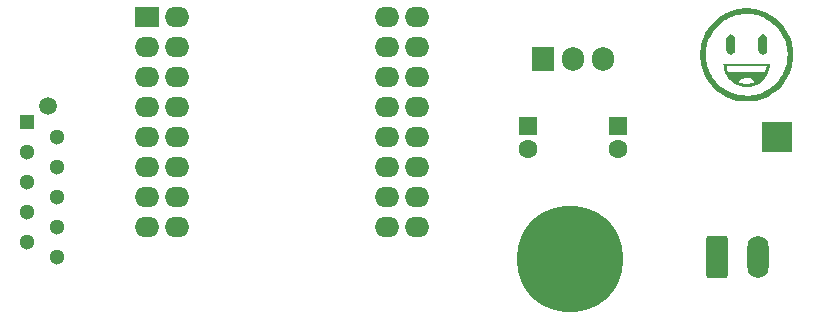
<source format=gbs>
G04 #@! TF.GenerationSoftware,KiCad,Pcbnew,8.0.2*
G04 #@! TF.CreationDate,2024-05-11T15:04:56+02:00*
G04 #@! TF.ProjectId,WiFi-2-OIP-UI,57694669-2d32-42d4-9f49-502d55492e6b,V1.0*
G04 #@! TF.SameCoordinates,Original*
G04 #@! TF.FileFunction,Soldermask,Bot*
G04 #@! TF.FilePolarity,Negative*
%FSLAX46Y46*%
G04 Gerber Fmt 4.6, Leading zero omitted, Abs format (unit mm)*
G04 Created by KiCad (PCBNEW 8.0.2) date 2024-05-11 15:04:56*
%MOMM*%
%LPD*%
G01*
G04 APERTURE LIST*
G04 Aperture macros list*
%AMRoundRect*
0 Rectangle with rounded corners*
0 $1 Rounding radius*
0 $2 $3 $4 $5 $6 $7 $8 $9 X,Y pos of 4 corners*
0 Add a 4 corners polygon primitive as box body*
4,1,4,$2,$3,$4,$5,$6,$7,$8,$9,$2,$3,0*
0 Add four circle primitives for the rounded corners*
1,1,$1+$1,$2,$3*
1,1,$1+$1,$4,$5*
1,1,$1+$1,$6,$7*
1,1,$1+$1,$8,$9*
0 Add four rect primitives between the rounded corners*
20,1,$1+$1,$2,$3,$4,$5,0*
20,1,$1+$1,$4,$5,$6,$7,0*
20,1,$1+$1,$6,$7,$8,$9,0*
20,1,$1+$1,$8,$9,$2,$3,0*%
G04 Aperture macros list end*
%ADD10C,0.100000*%
%ADD11R,2.500000X2.500000*%
%ADD12C,0.900000*%
%ADD13C,9.000000*%
%ADD14R,2.100000X1.700000*%
%ADD15O,2.100000X1.700000*%
%ADD16O,1.905000X2.000000*%
%ADD17R,1.905000X2.000000*%
%ADD18C,1.600000*%
%ADD19R,1.600000X1.600000*%
%ADD20O,1.800000X3.600000*%
%ADD21RoundRect,0.250000X-0.650000X-1.550000X0.650000X-1.550000X0.650000X1.550000X-0.650000X1.550000X0*%
%ADD22C,1.500000*%
%ADD23R,1.300000X1.300000*%
%ADD24C,1.300000*%
G04 APERTURE END LIST*
D10*
G36*
X177210125Y-90288502D02*
G01*
X177191807Y-90538326D01*
X177142958Y-90778371D01*
X177053962Y-91031125D01*
X176945413Y-91246698D01*
X176800939Y-91463442D01*
X176630201Y-91658829D01*
X176453459Y-91815130D01*
X176238656Y-91961992D01*
X176002497Y-92082591D01*
X175980009Y-92092208D01*
X175726350Y-92177845D01*
X175485733Y-92223641D01*
X175235574Y-92238906D01*
X175210054Y-92238753D01*
X174960230Y-92220435D01*
X174720185Y-92171587D01*
X174467431Y-92082591D01*
X174251977Y-91974041D01*
X174035640Y-91829567D01*
X174031728Y-91826136D01*
X174504067Y-91826136D01*
X174623341Y-91877626D01*
X174860662Y-91949478D01*
X174988711Y-91973118D01*
X175235574Y-91991000D01*
X175364582Y-91986093D01*
X175609266Y-91949478D01*
X175735296Y-91916170D01*
X175967082Y-91826136D01*
X175854310Y-91716055D01*
X175637354Y-91580672D01*
X175479728Y-91526114D01*
X175235574Y-91496408D01*
X175078896Y-91508257D01*
X174833795Y-91580672D01*
X174688060Y-91661833D01*
X174504067Y-91826136D01*
X174031728Y-91826136D01*
X173840948Y-91658829D01*
X173684003Y-91482087D01*
X173536708Y-91267285D01*
X173415965Y-91031125D01*
X173406348Y-91008636D01*
X173320710Y-90754806D01*
X173274915Y-90513783D01*
X173274739Y-90510888D01*
X173524653Y-90510888D01*
X173579608Y-90760626D01*
X173676084Y-91001816D01*
X176797507Y-91001816D01*
X176804306Y-90987584D01*
X176893951Y-90750134D01*
X176945274Y-90510888D01*
X173524653Y-90510888D01*
X173274739Y-90510888D01*
X173259650Y-90262981D01*
X177210278Y-90262981D01*
X177210125Y-90288502D01*
G37*
G36*
X174021687Y-87822995D02*
G01*
X174140145Y-87903595D01*
X174220745Y-88022053D01*
X174248833Y-88164935D01*
X174248833Y-89150455D01*
X174220745Y-89293337D01*
X174140145Y-89411795D01*
X174021687Y-89492395D01*
X173878805Y-89521704D01*
X173734702Y-89492395D01*
X173616244Y-89413016D01*
X173536865Y-89297001D01*
X173507556Y-89150455D01*
X173507556Y-88164935D01*
X173536865Y-88020832D01*
X173616244Y-87902374D01*
X173734702Y-87822995D01*
X173878805Y-87793686D01*
X174021687Y-87822995D01*
G37*
G36*
X176737668Y-87822995D02*
G01*
X176854904Y-87902374D01*
X176933062Y-88020832D01*
X176962371Y-88164935D01*
X176962371Y-89150455D01*
X176933062Y-89297001D01*
X176854904Y-89413016D01*
X176737668Y-89492395D01*
X176592343Y-89521704D01*
X176448240Y-89492395D01*
X176331004Y-89411795D01*
X176254067Y-89293337D01*
X176224758Y-89150455D01*
X176224758Y-88164935D01*
X176254067Y-88022053D01*
X176331004Y-87903595D01*
X176448240Y-87822995D01*
X176592343Y-87793686D01*
X176737668Y-87822995D01*
G37*
G36*
X175505997Y-85579930D02*
G01*
X175771382Y-85606491D01*
X176031730Y-85650760D01*
X176287040Y-85712737D01*
X176535099Y-85790284D01*
X176774915Y-85882486D01*
X177006488Y-85989342D01*
X177229817Y-86110853D01*
X177443606Y-86246179D01*
X177647778Y-86394480D01*
X177842333Y-86555757D01*
X178027270Y-86730009D01*
X178200988Y-86915023D01*
X178361883Y-87109806D01*
X178509955Y-87314360D01*
X178645205Y-87528683D01*
X178766792Y-87751554D01*
X178873877Y-87982974D01*
X178966460Y-88222943D01*
X179044542Y-88471460D01*
X179105984Y-88726236D01*
X179149871Y-88986202D01*
X179176204Y-89251358D01*
X179184981Y-89521704D01*
X179176204Y-89792127D01*
X179149871Y-90057512D01*
X179105984Y-90317860D01*
X179044542Y-90573170D01*
X178966460Y-90821229D01*
X178873877Y-91061045D01*
X178766792Y-91292618D01*
X178645205Y-91515947D01*
X178509955Y-91729736D01*
X178361883Y-91933908D01*
X178200988Y-92128462D01*
X178027270Y-92313400D01*
X177842333Y-92487652D01*
X177647778Y-92648929D01*
X177443606Y-92797230D01*
X177229817Y-92932556D01*
X177006488Y-93054066D01*
X176774915Y-93160923D01*
X176535099Y-93253124D01*
X176287040Y-93330672D01*
X176031730Y-93392114D01*
X175771382Y-93436001D01*
X175505997Y-93462334D01*
X175235574Y-93471111D01*
X174964694Y-93462334D01*
X174699156Y-93436001D01*
X174438961Y-93392114D01*
X174184109Y-93330672D01*
X173936050Y-93253124D01*
X173696234Y-93160923D01*
X173464661Y-93054066D01*
X173241332Y-92932556D01*
X173027008Y-92797230D01*
X172822455Y-92648929D01*
X172627671Y-92487652D01*
X172442657Y-92313400D01*
X172268940Y-92128462D01*
X172108045Y-91933908D01*
X171959973Y-91729736D01*
X171824723Y-91515947D01*
X171703212Y-91292618D01*
X171596356Y-91061045D01*
X171504154Y-90821229D01*
X171426607Y-90573170D01*
X171364631Y-90317860D01*
X171320362Y-90057512D01*
X171293800Y-89792127D01*
X171284946Y-89521704D01*
X171779538Y-89521704D01*
X171782579Y-89670057D01*
X171803380Y-89932734D01*
X171843888Y-90189807D01*
X171904102Y-90441279D01*
X171945121Y-90577675D01*
X172031428Y-90816277D01*
X172133770Y-91045992D01*
X172252148Y-91266819D01*
X172324574Y-91385303D01*
X172466061Y-91589859D01*
X172621844Y-91783209D01*
X172791925Y-91965354D01*
X172891733Y-92061256D01*
X173080103Y-92222911D01*
X173279678Y-92370462D01*
X173490459Y-92503909D01*
X173612074Y-92572006D01*
X173838043Y-92681959D01*
X174073092Y-92775682D01*
X174317221Y-92853177D01*
X174455884Y-92888710D01*
X174709985Y-92937493D01*
X174969882Y-92966763D01*
X175235574Y-92976519D01*
X175383897Y-92973508D01*
X175646370Y-92952911D01*
X175903047Y-92912800D01*
X176153928Y-92853177D01*
X176290324Y-92812128D01*
X176528926Y-92725617D01*
X176758641Y-92622878D01*
X176979468Y-92503909D01*
X177097982Y-92431513D01*
X177302742Y-92290230D01*
X177496489Y-92134844D01*
X177679224Y-91965354D01*
X177775126Y-91865546D01*
X177936781Y-91677176D01*
X178084332Y-91477601D01*
X178217780Y-91266819D01*
X178285555Y-91145235D01*
X178395228Y-90919470D01*
X178489058Y-90684818D01*
X178567047Y-90441279D01*
X178602580Y-90302264D01*
X178651363Y-90047680D01*
X178680633Y-89787494D01*
X178690389Y-89521704D01*
X178687378Y-89373382D01*
X178666781Y-89110909D01*
X178626670Y-88854232D01*
X178567047Y-88603351D01*
X178525676Y-88466603D01*
X178438886Y-88227518D01*
X178336254Y-87997513D01*
X178217780Y-87776589D01*
X178145383Y-87658105D01*
X178004100Y-87453549D01*
X177848714Y-87260199D01*
X177679224Y-87078055D01*
X177579064Y-86981801D01*
X177390211Y-86819663D01*
X177190346Y-86671822D01*
X176979468Y-86538278D01*
X176857884Y-86470533D01*
X176632119Y-86361064D01*
X176397467Y-86267630D01*
X176153928Y-86190232D01*
X176015265Y-86154347D01*
X175761164Y-86105081D01*
X175501267Y-86075521D01*
X175235574Y-86065668D01*
X175087252Y-86068709D01*
X174824779Y-86089510D01*
X174568102Y-86130018D01*
X174317221Y-86190232D01*
X174180473Y-86231251D01*
X173941388Y-86317558D01*
X173711383Y-86419900D01*
X173490459Y-86538278D01*
X173371975Y-86610704D01*
X173167419Y-86752191D01*
X172974069Y-86907974D01*
X172791925Y-87078055D01*
X172695671Y-87177863D01*
X172533533Y-87366233D01*
X172385692Y-87565808D01*
X172252148Y-87776589D01*
X172184403Y-87898204D01*
X172074934Y-88124173D01*
X171981500Y-88359222D01*
X171904102Y-88603351D01*
X171868217Y-88742014D01*
X171818951Y-88996115D01*
X171789391Y-89256012D01*
X171779538Y-89521704D01*
X171284946Y-89521704D01*
X171293800Y-89251358D01*
X171320362Y-88986202D01*
X171364631Y-88726236D01*
X171426607Y-88471460D01*
X171504154Y-88222943D01*
X171596356Y-87982974D01*
X171703212Y-87751554D01*
X171824723Y-87528683D01*
X171959973Y-87314360D01*
X172108045Y-87109806D01*
X172268940Y-86915023D01*
X172442657Y-86730009D01*
X172627671Y-86555757D01*
X172822455Y-86394480D01*
X173027008Y-86246179D01*
X173241332Y-86110853D01*
X173464661Y-85989342D01*
X173696234Y-85882486D01*
X173936050Y-85790284D01*
X174184109Y-85712737D01*
X174438961Y-85650760D01*
X174699156Y-85606491D01*
X174964694Y-85579930D01*
X175235574Y-85571076D01*
X175505997Y-85579930D01*
G37*
D11*
X177800000Y-96520000D03*
D12*
X163649000Y-106830000D03*
X162660485Y-109216485D03*
X162660485Y-104443515D03*
X160274000Y-110205000D03*
D13*
X160274000Y-106830000D03*
D12*
X160274000Y-103455000D03*
X157887515Y-109216485D03*
X157887515Y-104443515D03*
X156899000Y-106830000D03*
D14*
X124460000Y-86360000D03*
D15*
X124460000Y-88900000D03*
X124460000Y-91440000D03*
X124460000Y-93980000D03*
X124460000Y-96520000D03*
X124460000Y-99060000D03*
X124460000Y-101600000D03*
X124460000Y-104140000D03*
X127000000Y-86360000D03*
X127000000Y-88900000D03*
X127000000Y-91440000D03*
X127000000Y-93980000D03*
X127000000Y-96520000D03*
X127000000Y-99060000D03*
X127000000Y-101600000D03*
X127000000Y-104140000D03*
X144780000Y-86360000D03*
X144780000Y-88900000D03*
X144780000Y-91440000D03*
X144780000Y-93980000D03*
X144780000Y-96520000D03*
X144780000Y-99060000D03*
X144780000Y-101600000D03*
X144780000Y-104140000D03*
X147320000Y-86360000D03*
X147320000Y-88900000D03*
X147320000Y-91440000D03*
X147320000Y-93980000D03*
X147320000Y-96520000D03*
X147320000Y-99060000D03*
X147320000Y-101600000D03*
X147320000Y-104140000D03*
D16*
X163068000Y-89916000D03*
X160528000Y-89916000D03*
D17*
X157988000Y-89916000D03*
D18*
X164338000Y-97536000D03*
D19*
X164338000Y-95536000D03*
D18*
X156718000Y-97536000D03*
D19*
X156718000Y-95536000D03*
D20*
X176220000Y-106680000D03*
D21*
X172720000Y-106680000D03*
D22*
X116100000Y-93850000D03*
D23*
X114300000Y-95250000D03*
D24*
X116840000Y-96520000D03*
X114300000Y-97790000D03*
X116840000Y-99060000D03*
X114300000Y-100330000D03*
X116840000Y-101600000D03*
X114300000Y-102870000D03*
X116840000Y-104140000D03*
X114300000Y-105410000D03*
X116840000Y-106680000D03*
M02*

</source>
